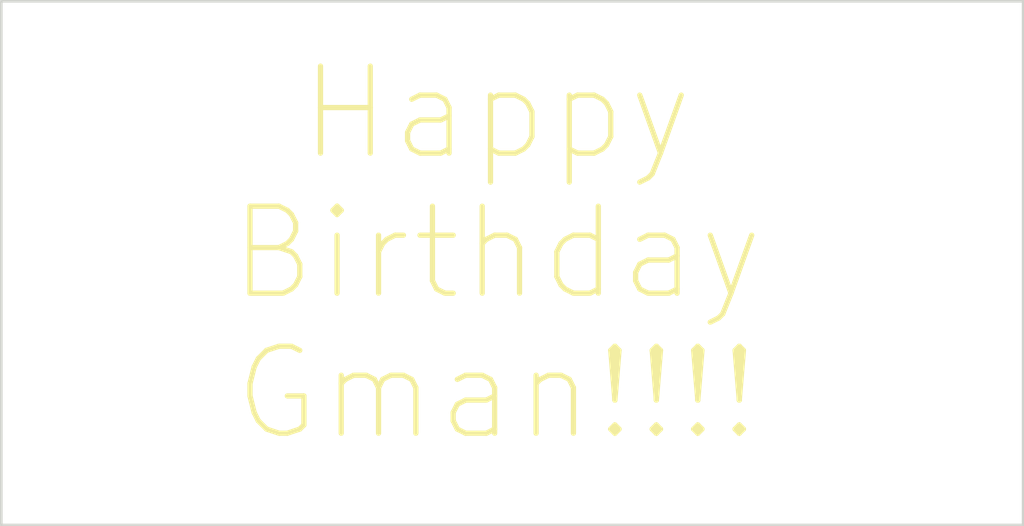
<source format=kicad_pcb>
(kicad_pcb (version 4) (host pcbnew 4.0.6)

  (general
    (links 0)
    (no_connects 0)
    (area 94.539999 66.218999 153.364001 96.468001)
    (thickness 1.6)
    (drawings 5)
    (tracks 0)
    (zones 0)
    (modules 0)
    (nets 1)
  )

  (page A4)
  (layers
    (0 F.Cu signal)
    (31 B.Cu signal)
    (32 B.Adhes user)
    (33 F.Adhes user)
    (34 B.Paste user)
    (35 F.Paste user)
    (36 B.SilkS user)
    (37 F.SilkS user)
    (38 B.Mask user)
    (39 F.Mask user)
    (40 Dwgs.User user)
    (41 Cmts.User user)
    (42 Eco1.User user)
    (43 Eco2.User user)
    (44 Edge.Cuts user)
    (45 Margin user)
    (46 B.CrtYd user)
    (47 F.CrtYd user)
    (48 B.Fab user)
    (49 F.Fab user)
  )

  (setup
    (last_trace_width 0.25)
    (trace_clearance 0.2)
    (zone_clearance 0.508)
    (zone_45_only no)
    (trace_min 0.2)
    (segment_width 0.2)
    (edge_width 0.15)
    (via_size 0.6)
    (via_drill 0.4)
    (via_min_size 0.4)
    (via_min_drill 0.3)
    (uvia_size 0.3)
    (uvia_drill 0.1)
    (uvias_allowed no)
    (uvia_min_size 0.2)
    (uvia_min_drill 0.1)
    (pcb_text_width 0.3)
    (pcb_text_size 1.5 1.5)
    (mod_edge_width 0.15)
    (mod_text_size 1 1)
    (mod_text_width 0.15)
    (pad_size 1.524 1.524)
    (pad_drill 0.762)
    (pad_to_mask_clearance 0.2)
    (aux_axis_origin 0 0)
    (visible_elements FFFFFF7F)
    (pcbplotparams
      (layerselection 0x00030_80000001)
      (usegerberextensions false)
      (excludeedgelayer true)
      (linewidth 0.100000)
      (plotframeref false)
      (viasonmask false)
      (mode 1)
      (useauxorigin false)
      (hpglpennumber 1)
      (hpglpenspeed 20)
      (hpglpendiameter 15)
      (hpglpenoverlay 2)
      (psnegative false)
      (psa4output false)
      (plotreference true)
      (plotvalue true)
      (plotinvisibletext false)
      (padsonsilk false)
      (subtractmaskfromsilk false)
      (outputformat 1)
      (mirror false)
      (drillshape 1)
      (scaleselection 1)
      (outputdirectory ""))
  )

  (net 0 "")

  (net_class Default "This is the default net class."
    (clearance 0.2)
    (trace_width 0.25)
    (via_dia 0.6)
    (via_drill 0.4)
    (uvia_dia 0.3)
    (uvia_drill 0.1)
  )

  (gr_text "Happy\nBirthday\nGman!!!!" (at 123.063 80.772) (layer F.SilkS)
    (effects (font (size 5 5) (thickness 0.3)))
  )
  (gr_line (start 94.615 66.294) (end 153.289 66.294) (angle 90) (layer Edge.Cuts) (width 0.15))
  (gr_line (start 94.615 96.393) (end 94.615 66.294) (angle 90) (layer Edge.Cuts) (width 0.15))
  (gr_line (start 153.289 96.393) (end 94.615 96.393) (angle 90) (layer Edge.Cuts) (width 0.15))
  (gr_line (start 153.289 66.294) (end 153.289 96.393) (angle 90) (layer Edge.Cuts) (width 0.15))

)

</source>
